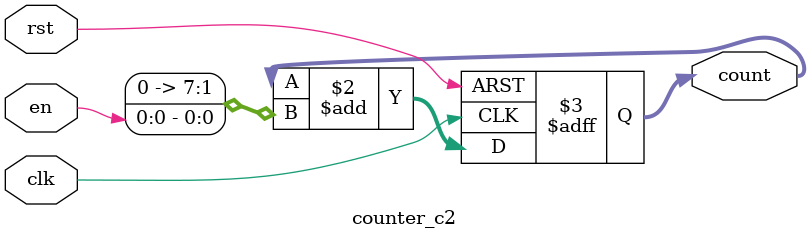
<source format=sv>
module counter_c2 #( 
    parameter WIDTH = 8
)(
    input logic clk,
    input logic rst,
    input logic en,
    output logic [WIDTH-1:0] count
);

always_ff @(posedge clk or posedge rst) begin
    if (rst) count <= {WIDTH{1'b0}};
    else count <= count + {{WIDTH-1{1'b0}},en};
end

endmodule

</source>
